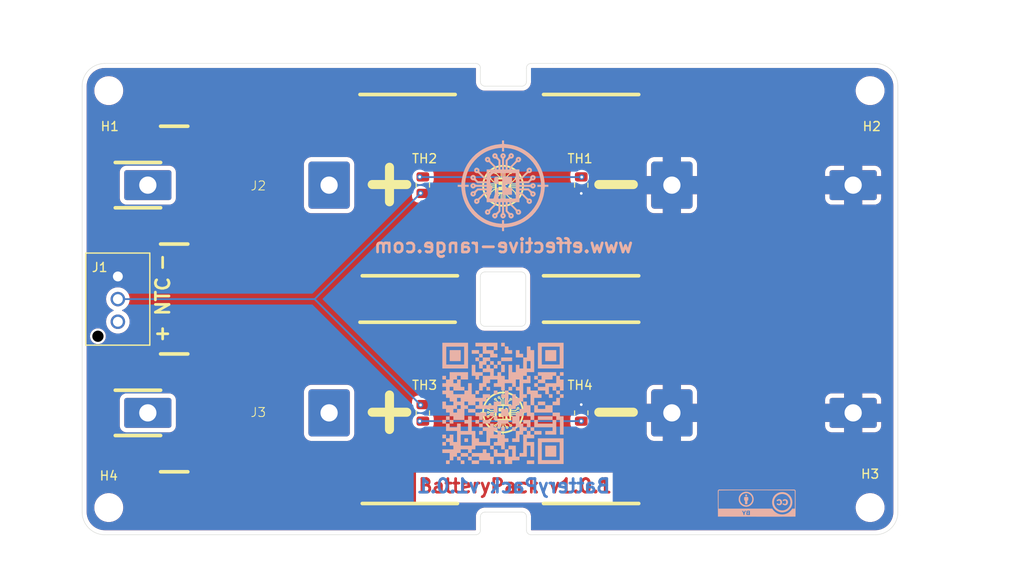
<source format=kicad_pcb>
(kicad_pcb (version 20240108) (generator "pcbnew") (generator_version "8.0")
  (title_block (title "Effective Range - Battery Pack") (date "2025-03-03") (rev "v1.0.0") (company "Effective Range Kft.") (comment 1 "visit https://creativecommons.org/licenses/by/4.0/") (comment 2 "is licensed under CC BY 4.0. To view a copy of this license,") (comment 3 "License: MrHAT © 2025 by Ferenc Nandor Janky & Attila Gombos") (comment 4 "Design Engineer: Ferenc Janky"))
  (layers (0 "F.Cu" signal) (1 "In1.Cu" signal) (2 "In2.Cu" signal) (31 "B.Cu" signal) (34 "B.Paste" user) (35 "F.Paste" user) (36 "B.SilkS" user "B.Silkscreen") (37 "F.SilkS" user "F.Silkscreen") (38 "B.Mask" user) (39 "F.Mask" user) (44 "Edge.Cuts" user))
  (net 0 "")
  (net 1 "/NTC")
  (net 2 "GND")
  (net 3 "Net-(TH1-Pad1)")
  (net 4 "Net-(TH3-Pad2)")
  (net 5 "/BATP")
  (footprint "Resistor_SMD:R_0805_2012Metric" (layer "F.Cu") (at 151.126401 74.782 -90)
    (property "Reference" "TH3" (at -3.052 -0.190401 180) (layer "F.SilkS"))
    (property "Value" "TX08F103F3435ER")
    (pad "1" smd roundrect (at -0.9125 0 270) (size 1.025 1.4) (layers "F.Cu" "F.Paste" "F.Mask") (roundrect_rratio 0.243902) (net 1 "/NTC"))
    (pad "2" smd roundrect (at 0.9125 0 270) (size 1.025 1.4) (layers "F.Cu" "F.Paste" "F.Mask") (roundrect_rratio 0.243902) (net 4 "Net-(TH3-Pad2)"))
  )
  (footprint "Library:KeyElco246_cell" (layer "F.Cu") (at 159.691 49.657)
    (property "Reference" "J2" (at -26.719599 0.073 0) (layer "F.SilkS") (effects (font (thickness 0.1))))
    (property "Value" "246")
    (fp_text user "-" (at 9 2.5 0) (layer "F.SilkS") (effects (font (size 5 5) (thickness 1) (bold yes)) (justify left bottom)))
    (fp_text user "+" (at -16 2.5 0) (layer "F.SilkS") (effects (font (size 5 5) (thickness 1) (bold yes)) (justify left bottom)))
    (pad "1" thru_hole roundrect (at -38.91 0) (size 5.2 3.3) (drill 1.9) (layers "*.Cu" "*.Mask") (roundrect_rratio 0.08) (net 5 "/BATP"))
    (pad "1" thru_hole roundrect (at -18.91 0) (size 4.57 5.2) (drill 1.9) (layers "*.Cu" "*.Mask") (roundrect_rratio 0.08) (net 5 "/BATP"))
    (pad "2" thru_hole roundrect (at 18.91 0) (size 4.57 5.2) (drill 1.9) (layers "*.Cu" "*.Mask") (roundrect_rratio 0.08) (net 2 "GND"))
    (pad "2" thru_hole roundrect (at 38.91 0) (size 5.2 3.3) (drill 1.9) (layers "*.Cu" "*.Mask") (roundrect_rratio 0.08) (net 2 "GND"))
  )
  (footprint "Resistor_SMD:R_0805_2012Metric" (layer "F.Cu") (at 151.126401 49.657 90)
    (property "Reference" "TH2" (at 2.927 0.190401 180) (layer "F.SilkS"))
    (property "Value" "TX08F103F3435ER")
    (pad "1" smd roundrect (at -0.9125 0 90) (size 1.025 1.4) (layers "F.Cu" "F.Paste" "F.Mask") (roundrect_rratio 0.243902) (net 1 "/NTC"))
    (pad "2" smd roundrect (at 0.9125 0 90) (size 1.025 1.4) (layers "F.Cu" "F.Paste" "F.Mask") (roundrect_rratio 0.243902) (net 3 "Net-(TH1-Pad1)"))
  )
  (footprint "MountingHole:MountingHole_2.7mm_M2.5" (layer "F.Cu") (at 116.471401 39.23)
    (property "Reference" "H1" (at 0.111 3.95 180) (layer "F.SilkS"))
    (property "Value" "MountingHole")
    (pad "" np_thru_hole circle (at 0 0) (size 2.7 2.7) (drill 2.7) (layers "*.Cu" "*.Mask"))
  )
  (footprint "Resistor_SMD:R_0805_2012Metric" (layer "F.Cu") (at 168.601 49.657 -90)
    (property "Reference" "TH1" (at -2.927 0.129599 0) (layer "F.SilkS"))
    (property "Value" "TX08F103F3435ER")
    (pad "1" smd roundrect (at -0.9125 0 270) (size 1.025 1.4) (layers "F.Cu" "F.Paste" "F.Mask") (roundrect_rratio 0.243902) (net 3 "Net-(TH1-Pad1)"))
    (pad "2" smd roundrect (at 0.9125 0 270) (size 1.025 1.4) (layers "F.Cu" "F.Paste" "F.Mask") (roundrect_rratio 0.243902) (net 2 "GND") (thermal_bridge_width 0.2) (thermal_gap 0.2))
  )
  (footprint "Library:erlogo_small" (layer "F.Cu") (at 159.971401 74.73)
    (property "Reference" "G***" (hide yes))
    (property "Value" "LOGO" (hide yes))
  )
  (footprint "MountingHole:MountingHole_2.7mm_M2.5" (layer "F.Cu") (at 200.471401 39.23)
    (property "Reference" "H2" (at 0.185 3.95 180) (layer "F.SilkS"))
    (property "Value" "MountingHole")
    (pad "" np_thru_hole circle (at 0 0) (size 2.7 2.7) (drill 2.7) (layers "*.Cu" "*.Mask"))
  )
  (footprint "MountingHole:MountingHole_2.7mm_M2.5" (layer "F.Cu") (at 116.471401 85.23)
    (property "Reference" "H4" (at 0 -3.5 180) (layer "F.SilkS"))
    (property "Value" "MountingHole")
    (pad "" np_thru_hole circle (at 0 0) (size 2.7 2.7) (drill 2.7) (layers "*.Cu" "*.Mask"))
  )
  (footprint "Resistor_SMD:R_0805_2012Metric" (layer "F.Cu") (at 168.601 74.782 90)
    (property "Reference" "TH4" (at 3.052 -0.129599 0) (layer "F.SilkS"))
    (property "Value" "TX08F103F3435ER")
    (pad "1" smd roundrect (at -0.9125 0 90) (size 1.025 1.4) (layers "F.Cu" "F.Paste" "F.Mask") (roundrect_rratio 0.243902) (net 4 "Net-(TH3-Pad2)"))
    (pad "2" smd roundrect (at 0.9125 0 90) (size 1.025 1.4) (layers "F.Cu" "F.Paste" "F.Mask") (roundrect_rratio 0.243902) (net 2 "GND") (thermal_bridge_width 0.2) (thermal_gap 0.2))
  )
  (footprint "Library:KeyElco246_cell" (layer "F.Cu") (at 159.691 74.782)
    (property "Reference" "J3" (at -26.719599 -0.052 0) (layer "F.SilkS") (effects (font (thickness 0.1))))
    (property "Value" "246")
    (fp_text user "-" (at 9 2.5 0) (layer "F.SilkS") (effects (font (size 5 5) (thickness 1) (bold yes)) (justify left bottom)))
    (fp_text user "+" (at -16 2.5 0) (layer "F.SilkS") (effects (font (size 5 5) (thickness 1) (bold yes)) (justify left bottom)))
    (pad "1" thru_hole roundrect (at -38.91 0) (size 5.2 3.3) (drill 1.9) (layers "*.Cu" "*.Mask") (roundrect_rratio 0.08) (net 5 "/BATP"))
    (pad "1" thru_hole roundrect (at -18.91 0) (size 4.57 5.2) (drill 1.9) (layers "*.Cu" "*.Mask") (roundrect_rratio 0.08) (net 5 "/BATP"))
    (pad "2" thru_hole roundrect (at 18.91 0) (size 4.57 5.2) (drill 1.9) (layers "*.Cu" "*.Mask") (roundrect_rratio 0.08) (net 2 "GND"))
    (pad "2" thru_hole roundrect (at 38.91 0) (size 5.2 3.3) (drill 1.9) (layers "*.Cu" "*.Mask") (roundrect_rratio 0.08) (net 2 "GND"))
  )
  (footprint "MountingHole:MountingHole_2.7mm_M2.5" (layer "F.Cu") (at 200.471401 85.23)
    (property "Reference" "H3" (at 0 -3.7 0) (layer "F.SilkS"))
    (property "Value" "MountingHole")
    (pad "" np_thru_hole circle (at 0 0) (size 2.7 2.7) (drill 2.7) (layers "*.Cu" "*.Mask"))
  )
  (footprint "Library:erlogo_small" (layer "F.Cu") (at 159.971401 49.73)
    (property "Reference" "G***" (hide yes))
    (property "Value" "LOGO" (hide yes))
  )
  (footprint "Library:CONN03_533750310_MOL" (layer "F.Cu") (at 117.475 64.73 -90)
    (property "Reference" "J1" (at -6 2.003599 0) (layer "F.SilkS"))
    (property "Value" "BATT_CON")
    (pad "" np_thru_hole circle (at 1.599999 2.199894 270) (size 1.2446 1.2446) (drill 1.2446) (layers "*.Mask"))
    (pad "1" thru_hole circle (at 0 0 270) (size 1.6002 1.6002) (drill 1.0922) (layers "*.Cu" "*.Mask") (net 5 "/BATP"))
    (pad "2" thru_hole circle (at -2.5 0 270) (size 1.6002 1.6002) (drill 1.0922) (layers "*.Cu" "*.Mask") (net 1 "/NTC"))
    (pad "3" thru_hole circle (at -5 0 270) (size 1.6002 1.6002) (drill 1.0922) (layers "*.Cu" "*.Mask") (net 2 "GND"))
  )
  (footprint "Library:ccby" (layer "B.Cu") (at 187.971401 84.73 180)
    (property "Reference" "G***" (hide yes))
    (property "Value" "LOGO" (hide yes))
  )
  (footprint "Library:erlogo" (layer "B.Cu") (at 159.971401 49.73 180)
    (property "Reference" "G***" (hide yes))
    (property "Value" "LOGO" (hide yes))
  )
  (footprint "Library:qrcode" (layer "B.Cu") (at 159.971401 73.73 180)
    (property "Reference" "G***" (hide yes))
    (property "Value" "LOGO" (hide yes))
  )
  (gr_line (start 162.556401 38.235) (end 162.556401 36.73) (stroke (width 0.05)) (layer "Edge.Cuts"))
  (gr_arc (start 157.975 65.23) (mid 157.621447 65.083553) (end 157.475 64.73) (stroke (width 0.05)) (layer "Edge.Cuts"))
  (gr_arc (start 163.056401 88.23) (mid 162.702848 88.083553) (end 162.556401 87.73) (stroke (width 0.05)) (layer "Edge.Cuts"))
  (gr_line (start 113.534401 85.73) (end 113.534401 38.73) (stroke (width 0.05)) (layer "Edge.Cuts"))
  (gr_arc (start 113.534401 38.73) (mid 114.266634 36.962233) (end 116.034401 36.23) (stroke (width 0.05)) (layer "Edge.Cuts"))
  (gr_line (start 157.976401 85.73) (end 162.056401 85.73) (stroke (width 0.05)) (layer "Edge.Cuts"))
  (gr_arc (start 162.556401 38.235) (mid 162.409954 38.588554) (end 162.056401 38.735) (stroke (width 0.05)) (layer "Edge.Cuts"))
  (gr_line (start 161.975 65.23) (end 157.975 65.23) (stroke (width 0.05)) (layer "Edge.Cuts"))
  (gr_arc (start 162.556401 36.73) (mid 162.702848 36.376447) (end 163.056401 36.23) (stroke (width 0.05)) (layer "Edge.Cuts"))
  (gr_arc (start 157.475 59.73) (mid 157.621447 59.376447) (end 157.975 59.23) (stroke (width 0.05)) (layer "Edge.Cuts"))
  (gr_arc (start 157.976401 38.735) (mid 157.622847 38.588554) (end 157.476401 38.235) (stroke (width 0.05)) (layer "Edge.Cuts"))
  (gr_arc (start 116.034401 88.23) (mid 114.266634 87.497767) (end 113.534401 85.73) (stroke (width 0.05)) (layer "Edge.Cuts"))
  (gr_arc (start 156.976401 36.23) (mid 157.329954 36.376447) (end 157.476401 36.73) (stroke (width 0.05)) (layer "Edge.Cuts"))
  (gr_line (start 157.476401 36.73) (end 157.476401 38.235) (stroke (width 0.05)) (layer "Edge.Cuts"))
  (gr_line (start 162.475 59.73) (end 162.475 64.73) (stroke (width 0.05)) (layer "Edge.Cuts"))
  (gr_line (start 157.975 59.23) (end 161.975 59.23) (stroke (width 0.05)) (layer "Edge.Cuts"))
  (gr_line (start 203.534401 38.73) (end 203.534401 85.73) (stroke (width 0.05)) (layer "Edge.Cuts"))
  (gr_line (start 163.056401 36.23) (end 165.471401 36.23) (stroke (width 0.05)) (layer "Edge.Cuts"))
  (gr_arc (start 161.975 59.23) (mid 162.328553 59.376447) (end 162.475 59.73) (stroke (width 0.05)) (layer "Edge.Cuts"))
  (gr_arc (start 162.056401 85.73) (mid 162.409954 85.876447) (end 162.556401 86.23) (stroke (width 0.05)) (layer "Edge.Cuts"))
  (gr_line (start 157.976401 38.735) (end 162.056401 38.735) (stroke (width 0.05)) (layer "Edge.Cuts"))
  (gr_line (start 162.556401 86.23) (end 162.556401 87.73) (stroke (width 0.05)) (layer "Edge.Cuts"))
  (gr_arc (start 157.476401 86.23) (mid 157.622848 85.876447) (end 157.976401 85.73) (stroke (width 0.05)) (layer "Edge.Cuts"))
  (gr_line (start 201.034401 88.23) (end 163.056401 88.23) (stroke (width 0.05)) (layer "Edge.Cuts"))
  (gr_line (start 165.471401 36.23) (end 201.034401 36.23) (stroke (width 0.05)) (layer "Edge.Cuts"))
  (gr_arc (start 201.034401 36.23) (mid 202.802168 36.962233) (end 203.534401 38.73) (stroke (width 0.05)) (layer "Edge.Cuts"))
  (gr_arc (start 203.534401 85.73) (mid 202.802168 87.497767) (end 201.034401 88.23) (stroke (width 0.05)) (layer "Edge.Cuts"))
  (gr_line (start 157.476401 86.23) (end 157.476401 87.73) (stroke (width 0.05)) (layer "Edge.Cuts"))
  (gr_line (start 157.475 64.73) (end 157.475 59.73) (stroke (width 0.05)) (layer "Edge.Cuts"))
  (gr_line (start 156.976401 88.23) (end 116.034401 88.23) (stroke (width 0.05)) (layer "Edge.Cuts"))
  (gr_arc (start 157.476401 87.73) (mid 157.329954 88.083554) (end 156.976401 88.23) (stroke (width 0.05)) (layer "Edge.Cuts"))
  (gr_line (start 116.034401 36.23) (end 156.976401 36.23) (stroke (width 0.05)) (layer "Edge.Cuts"))
  (gr_arc (start 162.475 64.73) (mid 162.328553 65.083553) (end 161.975 65.23) (stroke (width 0.05)) (layer "Edge.Cuts"))
  (gr_text "BatteryPack v1.0.1" (at 150.471401 83.73 0) (layer "F.Cu") (effects (font (size 1.5 1.5) (thickness 0.3) (bold yes)) (justify left bottom)))
  (gr_text "BatteryPack v1.0.1" (at 171.971401 83.73 -0) (layer "B.Cu") (effects (font (size 1.5 1.5) (thickness 0.3) (bold yes)) (justify left bottom mirror)))
  (gr_text "www.effective-range.com" (at 174.471401 57.23 0) (layer "B.SilkS") (effects (font (size 1.5 1.5) (thickness 0.3) (bold yes)) (justify left bottom mirror)))
  (gr_text "+" (at 123.186401 67.183 90) (layer "F.SilkS") (effects (font (size 1.5 1.5) (thickness 0.3) (bold yes)) (justify left bottom)))
  (gr_text "-" (at 123.186401 59.309 90) (layer "F.SilkS") (effects (font (size 1.5 1.5) (thickness 0.3) (bold yes)) (justify left bottom)))
  (gr_text "NTC" (at 123.313401 64.23 90) (layer "F.SilkS") (effects (font (size 1.5 1.5) (thickness 0.3) (bold yes)) (justify left bottom)))
  (segment (start 151.126401 73.8695) (end 151.081901 73.914) (width 0.2) (layer "F.Cu") (net 1))
  (segment (start 151.102901 50.546) (end 150.872401 50.546) (width 0.2) (layer "F.Cu") (net 1))
  (segment (start 151.126401 50.5695) (end 151.102901 50.546) (width 0.2) (layer "F.Cu") (net 1))
  (segment (start 151.081901 73.914) (end 150.872401 73.914) (width 0.2) (layer "F.Cu") (net 1))
  (via (at 150.872401 50.546) (size 0.6) (drill 0.3) (layers "F.Cu" "B.Cu") (net 1))
  (via (at 150.872401 73.914) (size 0.6) (drill 0.3) (layers "F.Cu" "B.Cu") (net 1))
  (segment (start 139.188401 62.23) (end 117.475 62.23) (width 0.2) (layer "B.Cu") (net 1))
  (segment (start 150.872401 73.914) (end 139.188401 62.23) (width 0.2) (layer "B.Cu") (net 1))
  (segment (start 150.872401 50.546) (end 139.188401 62.23) (width 0.2) (layer "B.Cu") (net 1))
  (via (at 168.601 73.8695) (size 0.6) (drill 0.3) (layers "F.Cu" "B.Cu") (net 2))
  (via (at 168.601 50.5695) (size 0.6) (drill 0.3) (layers "F.Cu" "B.Cu") (net 2))
  (segment (start 168.601 48.7445) (end 168.628901 48.7445) (width 0.2) (layer "F.Cu") (net 3))
  (segment (start 168.628901 48.7445) (end 168.652401 48.768) (width 0.2) (layer "F.Cu") (net 3))
  (via (at 150.781 48.7445) (size 0.6) (drill 0.3) (layers "F.Cu" "B.Cu") (net 3))
  (via (at 168.652401 48.768) (size 0.6) (drill 0.3) (layers "F.Cu" "B.Cu") (net 3))
  (segment (start 168.652401 48.768) (end 150.895901 48.768) (width 0.2) (layer "B.Cu") (net 3))
  (segment (start 150.895901 48.768) (end 150.872401 48.7445) (width 0.2) (layer "B.Cu") (net 3))
  (via (at 150.781 75.6945) (size 0.6) (drill 0.3) (layers "F.Cu" "B.Cu") (net 4))
  (via (at 168.601 75.6945) (size 0.6) (drill 0.3) (layers "F.Cu" "B.Cu") (net 4))
  (segment (start 150.874901 75.692) (end 150.872401 75.6945) (width 0.2) (layer "B.Cu") (net 4))
  (segment (start 168.5985 75.692) (end 150.874901 75.692) (width 0.2) (layer "B.Cu") (net 4))
  (segment (start 168.601 75.6945) (end 168.5985 75.692) (width 0.2) (layer "B.Cu") (net 4))
  (zone (net 2) (net_name "GND") (layers "F&B.Cu") (priority 1) (connect_pads (clearance 0.5)) (min_thickness 0.1) (fill yes (thermal_gap 0.5) (thermal_bridge_width 2))
    (polygon (pts (xy 104.471401 29.23) (xy 217.471401 29.23) (xy 217.471401 92.23) (xy 104.471401 92.23)))
  )
)
</source>
